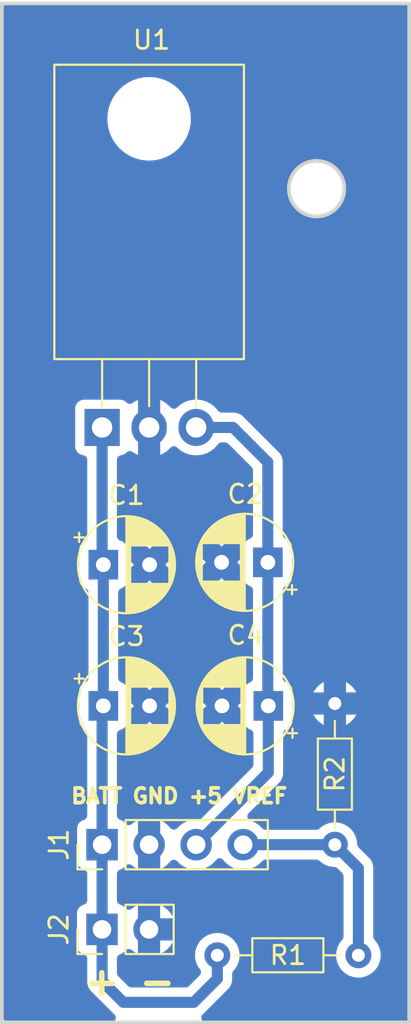
<source format=kicad_pcb>
(kicad_pcb (version 20221018) (generator pcbnew)
  (layers (0 "F.Cu" signal) (31 "B.Cu" signal) (34 "B.Paste" user) (35 "F.Paste" user) (36 "B.SilkS" user "B.Silkscreen") (37 "F.SilkS" user "F.Silkscreen") (38 "B.Mask" user) (39 "F.Mask" user) (44 "Edge.Cuts" user))
  (net 0 "")
  (net 1 "GND")
  (net 2 "+5V")
  (net 3 "+BATT")
  (net 4 "VDD")
  (footprint "Capacitor_THT:CP_Radial_D5.0mm_P2.50mm" (layer "F.Cu") (at 145.479888 90.297)
    (fp_text reference "C1" (at 1.25 -3.75) (layer "F.SilkS"))
    (fp_text value "10u" hide)
    (fp_line (start -1.554775 -1.475) (end -1.054775 -1.475) (stroke (width 0.12)) (layer "F.SilkS"))
    (fp_line (start -1.304775 -1.725) (end -1.304775 -1.225) (stroke (width 0.12)) (layer "F.SilkS"))
    (fp_line (start 1.25 -2.58) (end 1.25 2.58) (stroke (width 0.12)) (layer "F.SilkS"))
    (fp_line (start 1.29 -2.58) (end 1.29 2.58) (stroke (width 0.12)) (layer "F.SilkS"))
    (fp_line (start 1.33 -2.579) (end 1.33 2.579) (stroke (width 0.12)) (layer "F.SilkS"))
    (fp_line (start 1.37 -2.578) (end 1.37 2.578) (stroke (width 0.12)) (layer "F.SilkS"))
    (fp_line (start 1.41 -2.576) (end 1.41 2.576) (stroke (width 0.12)) (layer "F.SilkS"))
    (fp_line (start 1.45 -2.573) (end 1.45 2.573) (stroke (width 0.12)) (layer "F.SilkS"))
    (fp_line (start 1.49 -2.569) (end 1.49 -1.04) (stroke (width 0.12)) (layer "F.SilkS"))
    (fp_line (start 1.49 1.04) (end 1.49 2.569) (stroke (width 0.12)) (layer "F.SilkS"))
    (fp_line (start 1.53 -2.565) (end 1.53 -1.04) (stroke (width 0.12)) (layer "F.SilkS"))
    (fp_line (start 1.53 1.04) (end 1.53 2.565) (stroke (width 0.12)) (layer "F.SilkS"))
    (fp_line (start 1.57 -2.561) (end 1.57 -1.04) (stroke (width 0.12)) (layer "F.SilkS"))
    (fp_line (start 1.57 1.04) (end 1.57 2.561) (stroke (width 0.12)) (layer "F.SilkS"))
    (fp_line (start 1.61 -2.556) (end 1.61 -1.04) (stroke (width 0.12)) (layer "F.SilkS"))
    (fp_line (start 1.61 1.04) (end 1.61 2.556) (stroke (width 0.12)) (layer "F.SilkS"))
    (fp_line (start 1.65 -2.55) (end 1.65 -1.04) (stroke (width 0.12)) (layer "F.SilkS"))
    (fp_line (start 1.65 1.04) (end 1.65 2.55) (stroke (width 0.12)) (layer "F.SilkS"))
    (fp_line (start 1.69 -2.543) (end 1.69 -1.04) (stroke (width 0.12)) (layer "F.SilkS"))
    (fp_line (start 1.69 1.04) (end 1.69 2.543) (stroke (width 0.12)) (layer "F.SilkS"))
    (fp_line (start 1.73 -2.536) (end 1.73 -1.04) (stroke (width 0.12)) (layer "F.SilkS"))
    (fp_line (start 1.73 1.04) (end 1.73 2.536) (stroke (width 0.12)) (layer "F.SilkS"))
    (fp_line (start 1.77 -2.528) (end 1.77 -1.04) (stroke (width 0.12)) (layer "F.SilkS"))
    (fp_line (start 1.77 1.04) (end 1.77 2.528) (stroke (width 0.12)) (layer "F.SilkS"))
    (fp_line (start 1.81 -2.52) (end 1.81 -1.04) (stroke (width 0.12)) (layer "F.SilkS"))
    (fp_line (start 1.81 1.04) (end 1.81 2.52) (stroke (width 0.12)) (layer "F.SilkS"))
    (fp_line (start 1.85 -2.511) (end 1.85 -1.04) (stroke (width 0.12)) (layer "F.SilkS"))
    (fp_line (start 1.85 1.04) (end 1.85 2.511) (stroke (width 0.12)) (layer "F.SilkS"))
    (fp_line (start 1.89 -2.501) (end 1.89 -1.04) (stroke (width 0.12)) (layer "F.SilkS"))
    (fp_line (start 1.89 1.04) (end 1.89 2.501) (stroke (width 0.12)) (layer "F.SilkS"))
    (fp_line (start 1.93 -2.491) (end 1.93 -1.04) (stroke (width 0.12)) (layer "F.SilkS"))
    (fp_line (start 1.93 1.04) (end 1.93 2.491) (stroke (width 0.12)) (layer "F.SilkS"))
    (fp_line (start 1.971 -2.48) (end 1.971 -1.04) (stroke (width 0.12)) (layer "F.SilkS"))
    (fp_line (start 1.971 1.04) (end 1.971 2.48) (stroke (width 0.12)) (layer "F.SilkS"))
    (fp_line (start 2.011 -2.468) (end 2.011 -1.04) (stroke (width 0.12)) (layer "F.SilkS"))
    (fp_line (start 2.011 1.04) (end 2.011 2.468) (stroke (width 0.12)) (layer "F.SilkS"))
    (fp_line (start 2.051 -2.455) (end 2.051 -1.04) (stroke (width 0.12)) (layer "F.SilkS"))
    (fp_line (start 2.051 1.04) (end 2.051 2.455) (stroke (width 0.12)) (layer "F.SilkS"))
    (fp_line (start 2.091 -2.442) (end 2.091 -1.04) (stroke (width 0.12)) (layer "F.SilkS"))
    (fp_line (start 2.091 1.04) (end 2.091 2.442) (stroke (width 0.12)) (layer "F.SilkS"))
    (fp_line (start 2.131 -2.428) (end 2.131 -1.04) (stroke (width 0.12)) (layer "F.SilkS"))
    (fp_line (start 2.131 1.04) (end 2.131 2.428) (stroke (width 0.12)) (layer "F.SilkS"))
    (fp_line (start 2.171 -2.414) (end 2.171 -1.04) (stroke (width 0.12)) (layer "F.SilkS"))
    (fp_line (start 2.171 1.04) (end 2.171 2.414) (stroke (width 0.12)) (layer "F.SilkS"))
    (fp_line (start 2.211 -2.398) (end 2.211 -1.04) (stroke (width 0.12)) (layer "F.SilkS"))
    (fp_line (start 2.211 1.04) (end 2.211 2.398) (stroke (width 0.12)) (layer "F.SilkS"))
    (fp_line (start 2.251 -2.382) (end 2.251 -1.04) (stroke (width 0.12)) (layer "F.SilkS"))
    (fp_line (start 2.251 1.04) (end 2.251 2.382) (stroke (width 0.12)) (layer "F.SilkS"))
    (fp_line (start 2.291 -2.365) (end 2.291 -1.04) (stroke (width 0.12)) (layer "F.SilkS"))
    (fp_line (start 2.291 1.04) (end 2.291 2.365) (stroke (width 0.12)) (layer "F.SilkS"))
    (fp_line (start 2.331 -2.348) (end 2.331 -1.04) (stroke (width 0.12)) (layer "F.SilkS"))
    (fp_line (start 2.331 1.04) (end 2.331 2.348) (stroke (width 0.12)) (layer "F.SilkS"))
    (fp_line (start 2.371 -2.329) (end 2.371 -1.04) (stroke (width 0.12)) (layer "F.SilkS"))
    (fp_line (start 2.371 1.04) (end 2.371 2.329) (stroke (width 0.12)) (layer "F.SilkS"))
    (fp_line (start 2.411 -2.31) (end 2.411 -1.04) (stroke (width 0.12)) (layer "F.SilkS"))
    (fp_line (start 2.411 1.04) (end 2.411 2.31) (stroke (width 0.12)) (layer "F.SilkS"))
    (fp_line (start 2.451 -2.29) (end 2.451 -1.04) (stroke (width 0.12)) (layer "F.SilkS"))
    (fp_line (start 2.451 1.04) (end 2.451 2.29) (stroke (width 0.12)) (layer "F.SilkS"))
    (fp_line (start 2.491 -2.268) (end 2.491 -1.04) (stroke (width 0.12)) (layer "F.SilkS"))
    (fp_line (start 2.491 1.04) (end 2.491 2.268) (stroke (width 0.12)) (layer "F.SilkS"))
    (fp_line (start 2.531 -2.247) (end 2.531 -1.04) (stroke (width 0.12)) (layer "F.SilkS"))
    (fp_line (start 2.531 1.04) (end 2.531 2.247) (stroke (width 0.12)) (layer "F.SilkS"))
    (fp_line (start 2.571 -2.224) (end 2.571 -1.04) (stroke (width 0.12)) (layer "F.SilkS"))
    (fp_line (start 2.571 1.04) (end 2.571 2.224) (stroke (width 0.12)) (layer "F.SilkS"))
    (fp_line (start 2.611 -2.2) (end 2.611 -1.04) (stroke (width 0.12)) (layer "F.SilkS"))
    (fp_line (start 2.611 1.04) (end 2.611 2.2) (stroke (width 0.12)) (layer "F.SilkS"))
    (fp_line (start 2.651 -2.175) (end 2.651 -1.04) (stroke (width 0.12)) (layer "F.SilkS"))
    (fp_line (start 2.651 1.04) (end 2.651 2.175) (stroke (width 0.12)) (layer "F.SilkS"))
    (fp_line (start 2.691 -2.149) (end 2.691 -1.04) (stroke (width 0.12)) (layer "F.SilkS"))
    (fp_line (start 2.691 1.04) (end 2.691 2.149) (stroke (width 0.12)) (layer "F.SilkS"))
    (fp_line (start 2.731 -2.122) (end 2.731 -1.04) (stroke (width 0.12)) (layer "F.SilkS"))
    (fp_line (start 2.731 1.04) (end 2.731 2.122) (stroke (width 0.12)) (layer "F.SilkS"))
    (fp_line (start 2.771 -2.095) (end 2.771 -1.04) (stroke (width 0.12)) (layer "F.SilkS"))
    (fp_line (start 2.771 1.04) (end 2.771 2.095) (stroke (width 0.12)) (layer "F.SilkS"))
    (fp_line (start 2.811 -2.065) (end 2.811 -1.04) (stroke (width 0.12)) (layer "F.SilkS"))
    (fp_line (start 2.811 1.04) (end 2.811 2.065) (stroke (width 0.12)) (layer "F.SilkS"))
    (fp_line (start 2.851 -2.035) (end 2.851 -1.04) (stroke (width 0.12)) (layer "F.SilkS"))
    (fp_line (start 2.851 1.04) (end 2.851 2.035) (stroke (width 0.12)) (layer "F.SilkS"))
    (fp_line (start 2.891 -2.004) (end 2.891 -1.04) (stroke (width 0.12)) (layer "F.SilkS"))
    (fp_line (start 2.891 1.04) (end 2.891 2.004) (stroke (width 0.12)) (layer "F.SilkS"))
    (fp_line (start 2.931 -1.971) (end 2.931 -1.04) (stroke (width 0.12)) (layer "F.SilkS"))
    (fp_line (start 2.931 1.04) (end 2.931 1.971) (stroke (width 0.12)) (layer "F.SilkS"))
    (fp_line (start 2.971 -1.937) (end 2.971 -1.04) (stroke (width 0.12)) (layer "F.SilkS"))
    (fp_line (start 2.971 1.04) (end 2.971 1.937) (stroke (width 0.12)) (layer "F.SilkS"))
    (fp_line (start 3.011 -1.901) (end 3.011 -1.04) (stroke (width 0.12)) (layer "F.SilkS"))
    (fp_line (start 3.011 1.04) (end 3.011 1.901) (stroke (width 0.12)) (layer "F.SilkS"))
    (fp_line (start 3.051 -1.864) (end 3.051 -1.04) (stroke (width 0.12)) (layer "F.SilkS"))
    (fp_line (start 3.051 1.04) (end 3.051 1.864) (stroke (width 0.12)) (layer "F.SilkS"))
    (fp_line (start 3.091 -1.826) (end 3.091 -1.04) (stroke (width 0.12)) (layer "F.SilkS"))
    (fp_line (start 3.091 1.04) (end 3.091 1.826) (stroke (width 0.12)) (layer "F.SilkS"))
    (fp_line (start 3.131 -1.785) (end 3.131 -1.04) (stroke (width 0.12)) (layer "F.SilkS"))
    (fp_line (start 3.131 1.04) (end 3.131 1.785) (stroke (width 0.12)) (layer "F.SilkS"))
    (fp_line (start 3.171 -1.743) (end 3.171 -1.04) (stroke (width 0.12)) (layer "F.SilkS"))
    (fp_line (start 3.171 1.04) (end 3.171 1.743) (stroke (width 0.12)) (layer "F.SilkS"))
    (fp_line (start 3.211 -1.699) (end 3.211 -1.04) (stroke (width 0.12)) (layer "F.SilkS"))
    (fp_line (start 3.211 1.04) (end 3.211 1.699) (stroke (width 0.12)) (layer "F.SilkS"))
    (fp_line (start 3.251 -1.653) (end 3.251 -1.04) (stroke (width 0.12)) (layer "F.SilkS"))
    (fp_line (start 3.251 1.04) (end 3.251 1.653) (stroke (width 0.12)) (layer "F.SilkS"))
    (fp_line (start 3.291 -1.605) (end 3.291 -1.04) (stroke (width 0.12)) (layer "F.SilkS"))
    (fp_line (start 3.291 1.04) (end 3.291 1.605) (stroke (width 0.12)) (layer "F.SilkS"))
    (fp_line (start 3.331 -1.554) (end 3.331 -1.04) (stroke (width 0.12)) (layer "F.SilkS"))
    (fp_line (start 3.331 1.04) (end 3.331 1.554) (stroke (width 0.12)) (layer "F.SilkS"))
    (fp_line (start 3.371 -1.5) (end 3.371 -1.04) (stroke (width 0.12)) (layer "F.SilkS"))
    (fp_line (start 3.371 1.04) (end 3.371 1.5) (stroke (width 0.12)) (layer "F.SilkS"))
    (fp_line (start 3.411 -1.443) (end 3.411 -1.04) (stroke (width 0.12)) (layer "F.SilkS"))
    (fp_line (start 3.411 1.04) (end 3.411 1.443) (stroke (width 0.12)) (layer "F.SilkS"))
    (fp_line (start 3.451 -1.383) (end 3.451 -1.04) (stroke (width 0.12)) (layer "F.SilkS"))
    (fp_line (start 3.451 1.04) (end 3.451 1.383) (stroke (width 0.12)) (layer "F.SilkS"))
    (fp_line (start 3.491 -1.319) (end 3.491 -1.04) (stroke (width 0.12)) (layer "F.SilkS"))
    (fp_line (start 3.491 1.04) (end 3.491 1.319) (stroke (width 0.12)) (layer "F.SilkS"))
    (fp_line (start 3.531 -1.251) (end 3.531 -1.04) (stroke (width 0.12)) (layer "F.SilkS"))
    (fp_line (start 3.531 1.04) (end 3.531 1.251) (stroke (width 0.12)) (layer "F.SilkS"))
    (fp_line (start 3.571 -1.178) (end 3.571 1.178) (stroke (width 0.12)) (layer "F.SilkS"))
    (fp_line (start 3.611 -1.098) (end 3.611 1.098) (stroke (width 0.12)) (layer "F.SilkS"))
    (fp_line (start 3.651 -1.011) (end 3.651 1.011) (stroke (width 0.12)) (layer "F.SilkS"))
    (fp_line (start 3.691 -0.915) (end 3.691 0.915) (stroke (width 0.12)) (layer "F.SilkS"))
    (fp_line (start 3.731 -0.805) (end 3.731 0.805) (stroke (width 0.12)) (layer "F.SilkS"))
    (fp_line (start 3.771 -0.677) (end 3.771 0.677) (stroke (width 0.12)) (layer "F.SilkS"))
    (fp_line (start 3.811 -0.518) (end 3.811 0.518) (stroke (width 0.12)) (layer "F.SilkS"))
    (fp_line (start 3.851 -0.284) (end 3.851 0.284) (stroke (width 0.12)) (layer "F.SilkS"))
    (fp_circle (center 1.25 0) (end 3.87 0) (stroke (width 0.12)) (fill none) (layer "F.SilkS"))
    (pad "1" thru_hole rect (at 0 0) (size 1.6 1.6) (drill 0.8) (layers "*.Cu" "*.Mask") (net 3 "+BATT"))
    (pad "2" thru_hole circle (at 2.5 0) (size 1.6 1.6) (drill 0.8) (layers "*.Cu" "*.Mask") (net 1 "GND"))
  )
  (footprint "Capacitor_THT:CP_Radial_D5.0mm_P2.50mm" (layer "F.Cu") (at 154.392 97.917 180)
    (fp_text reference "C4" (at 1.23 3.81) (layer "F.SilkS"))
    (fp_text value "100u" hide)
    (fp_line (start -1.554775 -1.475) (end -1.054775 -1.475) (stroke (width 0.12)) (layer "F.SilkS"))
    (fp_line (start -1.304775 -1.725) (end -1.304775 -1.225) (stroke (width 0.12)) (layer "F.SilkS"))
    (fp_line (start 1.25 -2.58) (end 1.25 2.58) (stroke (width 0.12)) (layer "F.SilkS"))
    (fp_line (start 1.29 -2.58) (end 1.29 2.58) (stroke (width 0.12)) (layer "F.SilkS"))
    (fp_line (start 1.33 -2.579) (end 1.33 2.579) (stroke (width 0.12)) (layer "F.SilkS"))
    (fp_line (start 1.37 -2.578) (end 1.37 2.578) (stroke (width 0.12)) (layer "F.SilkS"))
    (fp_line (start 1.41 -2.576) (end 1.41 2.576) (stroke (width 0.12)) (layer "F.SilkS"))
    (fp_line (start 1.45 -2.573) (end 1.45 2.573) (stroke (width 0.12)) (layer "F.SilkS"))
    (fp_line (start 1.49 -2.569) (end 1.49 -1.04) (stroke (width 0.12)) (layer "F.SilkS"))
    (fp_line (start 1.49 1.04) (end 1.49 2.569) (stroke (width 0.12)) (layer "F.SilkS"))
    (fp_line (start 1.53 -2.565) (end 1.53 -1.04) (stroke (width 0.12)) (layer "F.SilkS"))
    (fp_line (start 1.53 1.04) (end 1.53 2.565) (stroke (width 0.12)) (layer "F.SilkS"))
    (fp_line (start 1.57 -2.561) (end 1.57 -1.04) (stroke (width 0.12)) (layer "F.SilkS"))
    (fp_line (start 1.57 1.04) (end 1.57 2.561) (stroke (width 0.12)) (layer "F.SilkS"))
    (fp_line (start 1.61 -2.556) (end 1.61 -1.04) (stroke (width 0.12)) (layer "F.SilkS"))
    (fp_line (start 1.61 1.04) (end 1.61 2.556) (stroke (width 0.12)) (layer "F.SilkS"))
    (fp_line (start 1.65 -2.55) (end 1.65 -1.04) (stroke (width 0.12)) (layer "F.SilkS"))
    (fp_line (start 1.65 1.04) (end 1.65 2.55) (stroke (width 0.12)) (layer "F.SilkS"))
    (fp_line (start 1.69 -2.543) (end 1.69 -1.04) (stroke (width 0.12)) (layer "F.SilkS"))
    (fp_line (start 1.69 1.04) (end 1.69 2.543) (stroke (width 0.12)) (layer "F.SilkS"))
    (fp_line (start 1.73 -2.536) (end 1.73 -1.04) (stroke (width 0.12)) (layer "F.SilkS"))
    (fp_line (start 1.73 1.04) (end 1.73 2.536) (stroke (width 0.12)) (layer "F.SilkS"))
    (fp_line (start 1.77 -2.528) (end 1.77 -1.04) (stroke (width 0.12)) (layer "F.SilkS"))
    (fp_line (start 1.77 1.04) (end 1.77 2.528) (stroke (width 0.12)) (layer "F.SilkS"))
    (fp_line (start 1.81 -2.52) (end 1.81 -1.04) (stroke (width 0.12)) (layer "F.SilkS"))
    (fp_line (start 1.81 1.04) (end 1.81 2.52) (stroke (width 0.12)) (layer "F.SilkS"))
    (fp_line (start 1.85 -2.511) (end 1.85 -1.04) (stroke (width 0.12)) (layer "F.SilkS"))
    (fp_line (start 1.85 1.04) (end 1.85 2.511) (stroke (width 0.12)) (layer "F.SilkS"))
    (fp_line (start 1.89 -2.501) (end 1.89 -1.04) (stroke (width 0.12)) (layer "F.SilkS"))
    (fp_line (start 1.89 1.04) (end 1.89 2.501) (stroke (width 0.12)) (layer "F.SilkS"))
    (fp_line (start 1.93 -2.491) (end 1.93 -1.04) (stroke (width 0.12)) (layer "F.SilkS"))
    (fp_line (start 1.93 1.04) (end 1.93 2.491) (stroke (width 0.12)) (layer "F.SilkS"))
    (fp_line (start 1.971 -2.48) (end 1.971 -1.04) (stroke (width 0.12)) (layer "F.SilkS"))
    (fp_line (start 1.971 1.04) (end 1.971 2.48) (stroke (width 0.12)) (layer "F.SilkS"))
    (fp_line (start 2.011 -2.468) (end 2.011 -1.04) (stroke (width 0.12)) (layer "F.SilkS"))
    (fp_line (start 2.011 1.04) (end 2.011 2.468) (stroke (width 0.12)) (layer "F.SilkS"))
    (fp_line (start 2.051 -2.455) (end 2.051 -1.04) (stroke (width 0.12)) (layer "F.SilkS"))
    (fp_line (start 2.051 1.04) (end 2.051 2.455) (stroke (width 0.12)) (layer "F.SilkS"))
    (fp_line (start 2.091 -2.442) (end 2.091 -1.04) (stroke (width 0.12)) (layer "F.SilkS"))
    (fp_line (start 2.091 1.04) (end 2.091 2.442) (stroke (width 0.12)) (layer "F.SilkS"))
    (fp_line (start 2.131 -2.428) (end 2.131 -1.04) (stroke (width 0.12)) (layer "F.SilkS"))
    (fp_line (start 2.131 1.04) (end 2.131 2.428) (stroke (width 0.12)) (layer "F.SilkS"))
    (fp_line (start 2.171 -2.414) (end 2.171 -1.04) (stroke (width 0.12)) (layer "F.SilkS"))
    (fp_line (start 2.171 1.04) (end 2.171 2.414) (stroke (width 0.12)) (layer "F.SilkS"))
    (fp_line (start 2.211 -2.398) (end 2.211 -1.04) (stroke (width 0.12)) (layer "F.SilkS"))
    (fp_line (start 2.211 1.04) (end 2.211 2.398) (stroke (width 0.12)) (layer "F.SilkS"))
    (fp_line (start 2.251 -2.382) (end 2.251 -1.04) (stroke (width 0.12)) (layer "F.SilkS"))
    (fp_line (start 2.251 1.04) (end 2.251 2.382) (stroke (width 0.12)) (layer "F.SilkS"))
    (fp_line (start 2.291 -2.365) (end 2.291 -1.04) (stroke (width 0.12)) (layer "F.SilkS"))
    (fp_line (start 2.291 1.04) (end 2.291 2.365) (stroke (width 0.12)) (layer "F.SilkS"))
    (fp_line (start 2.331 -2.348) (end 2.331 -1.04) (stroke (width 0.12)) (layer "F.SilkS"))
    (fp_line (start 2.331 1.04) (end 2.331 2.348) (stroke (width 0.12)) (layer "F.SilkS"))
    (fp_line (start 2.371 -2.329) (end 2.371 -1.04) (stroke (width 0.12)) (layer "F.SilkS"))
    (fp_line (start 2.371 1.04) (end 2.371 2.329) (stroke (width 0.12)) (layer "F.SilkS"))
    (fp_line (start 2.411 -2.31) (end 2.411 -1.04) (stroke (width 0.12)) (layer "F.SilkS"))
    (fp_line (start 2.411 1.04) (end 2.411 2.31) (stroke (width 0.12)) (layer "F.SilkS"))
    (fp_line (start 2.451 -2.29) (end 2.451 -1.04) (stroke (width 0.12)) (layer "F.SilkS"))
    (fp_line (start 2.451 1.04) (end 2.451 2.29) (stroke (width 0.12)) (layer "F.SilkS"))
    (fp_line (start 2.491 -2.268) (end 2.491 -1.04) (stroke (width 0.12)) (layer "F.SilkS"))
    (fp_line (start 2.491 1.04) (end 2.491 2.268) (stroke (width 0.12)) (layer "F.SilkS"))
    (fp_line (start 2.531 -2.247) (end 2.531 -1.04) (stroke (width 0.12)) (layer "F.SilkS"))
    (fp_line (start 2.531 1.04) (end 2.531 2.247) (stroke (width 0.12)) (layer "F.SilkS"))
    (fp_line (start 2.571 -2.224) (end 2.571 -1.04) (stroke (width 0.12)) (layer "F.SilkS"))
    (fp_line (start 2.571 1.04) (end 2.571 2.224) (stroke (width 0.12)) (layer "F.SilkS"))
    (fp_line (start 2.611 -2.2) (end 2.611 -1.04) (stroke (width 0.12)) (layer "F.SilkS"))
    (fp_line (start 2.611 1.04) (end 2.611 2.2) (stroke (width 0.12)) (layer "F.SilkS"))
    (fp_line (start 2.651 -2.175) (end 2.651 -1.04) (stroke (width 0.12)) (layer "F.SilkS"))
    (fp_line (start 2.651 1.04) (end 2.651 2.175) (stroke (width 0.12)) (layer "F.SilkS"))
    (fp_line (start 2.691 -2.149) (end 2.691 -1.04) (stroke (width 0.12)) (layer "F.SilkS"))
    (fp_line (start 2.691 1.04) (end 2.691 2.149) (stroke (width 0.12)) (layer "F.SilkS"))
    (fp_line (start 2.731 -2.122) (end 2.731 -1.04) (stroke (width 0.12)) (layer "F.SilkS"))
    (fp_line (start 2.731 1.04) (end 2.731 2.122) (stroke (width 0.12)) (layer "F.SilkS"))
    (fp_line (start 2.771 -2.095) (end 2.771 -1.04) (stroke (width 0.12)) (layer "F.SilkS"))
    (fp_line (start 2.771 1.04) (end 2.771 2.095) (stroke (width 0.12)) (layer "F.SilkS"))
    (fp_line (start 2.811 -2.065) (end 2.811 -1.04) (stroke (width 0.12)) (layer "F.SilkS"))
    (fp_line (start 2.811 1.04) (end 2.811 2.065) (stroke (width 0.12)) (layer "F.SilkS"))
    (fp_line (start 2.851 -2.035) (end 2.851 -1.04) (stroke (width 0.12)) (layer "F.SilkS"))
    (fp_line (start 2.851 1.04) (end 2.851 2.035) (stroke (width 0.12)) (layer "F.SilkS"))
    (fp_line (start 2.891 -2.004) (end 2.891 -1.04) (stroke (width 0.12)) (layer "F.SilkS"))
    (fp_line (start 2.891 1.04) (end 2.891 2.004) (stroke (width 0.12)) (layer "F.SilkS"))
    (fp_line (start 2.931 -1.971) (end 2.931 -1.04) (stroke (width 0.12)) (layer "F.SilkS"))
    (fp_line (start 2.931 1.04) (end 2.931 1.971) (stroke (width 0.12)) (layer "F.SilkS"))
    (fp_line (start 2.971 -1.937) (end 2.971 -1.04) (stroke (width 0.12)) (layer "F.SilkS"))
    (fp_line (start 2.971 1.04) (end 2.971 1.937) (stroke (width 0.12)) (layer "F.SilkS"))
    (fp_line (start 3.011 -1.901) (end 3.011 -1.04) (stroke (width 0.12)) (layer "F.SilkS"))
    (fp_line (start 3.011 1.04) (end 3.011 1.901) (stroke (width 0.12)) (layer "F.SilkS"))
    (fp_line (start 3.051 -1.864) (end 3.051 -1.04) (stroke (width 0.12)) (layer "F.SilkS"))
    (fp_line (start 3.051 1.04) (end 3.051 1.864) (stroke (width 0.12)) (layer "F.SilkS"))
    (fp_line (start 3.091 -1.826) (end 3.091 -1.04) (stroke (width 0.12)) (layer "F.SilkS"))
    (fp_line (start 3.091 1.04) (end 3.091 1.826) (stroke (width 0.12)) (layer "F.SilkS"))
    (fp_line (start 3.131 -1.785) (end 3.131 -1.04) (stroke (width 0.12)) (layer "F.SilkS"))
    (fp_line (start 3.131 1.04) (end 3.131 1.785) (stroke (width 0.12)) (layer "F.SilkS"))
    (fp_line (start 3.171 -1.743) (end 3.171 -1.04) (stroke (width 0.12)) (layer "F.SilkS"))
    (fp_line (start 3.171 1.04) (end 3.171 1.743) (stroke (width 0.12)) (layer "F.SilkS"))
    (fp_line (start 3.211 -1.699) (end 3.211 -1.04) (stroke (width 0.12)) (layer "F.SilkS"))
    (fp_line (start 3.211 1.04) (end 3.211 1.699) (stroke (width 0.12)) (layer "F.SilkS"))
    (fp_line (start 3.251 -1.653) (end 3.251 -1.04) (stroke (width 0.12)) (layer "F.SilkS"))
    (fp_line (start 3.251 1.04) (end 3.251 1.653) (stroke (width 0.12)) (layer "F.SilkS"))
    (fp_line (start 3.291 -1.605) (end 3.291 -1.04) (stroke (width 0.12)) (layer "F.SilkS"))
    (fp_line (start 3.291 1.04) (end 3.291 1.605) (stroke (width 0.12)) (layer "F.SilkS"))
    (fp_line (start 3.331 -1.554) (end 3.331 -1.04) (stroke (width 0.12)) (layer "F.SilkS"))
    (fp_line (start 3.331 1.04) (end 3.331 1.554) (stroke (width 0.12)) (layer "F.SilkS"))
    (fp_line (start 3.371 -1.5) (end 3.371 -1.04) (stroke (width 0.12)) (layer "F.SilkS"))
    (fp_line (start 3.371 1.04) (end 3.371 1.5) (stroke (width 0.12)) (layer "F.SilkS"))
    (fp_line (start 3.411 -1.443) (end 3.411 -1.04) (stroke (width 0.12)) (layer "F.SilkS"))
    (fp_line (start 3.411 1.04) (end 3.411 1.443) (stroke (width 0.12)) (layer "F.SilkS"))
    (fp_line (start 3.451 -1.383) (end 3.451 -1.04) (stroke (width 0.12)) (layer "F.SilkS"))
    (fp_line (start 3.451 1.04) (end 3.451 1.383) (stroke (width 0.12)) (layer "F.SilkS"))
    (fp_line (start 3.491 -1.319) (end 3.491 -1.04) (stroke (width 0.12)) (layer "F.SilkS"))
    (fp_line (start 3.491 1.04) (end 3.491 1.319) (stroke (width 0.12)) (layer "F.SilkS"))
    (fp_line (start 3.531 -1.251) (end 3.531 -1.04) (stroke (width 0.12)) (layer "F.SilkS"))
    (fp_line (start 3.531 1.04) (end 3.531 1.251) (stroke (width 0.12)) (layer "F.SilkS"))
    (fp_line (start 3.571 -1.178) (end 3.571 1.178) (stroke (width 0.12)) (layer "F.SilkS"))
    (fp_line (start 3.611 -1.098) (end 3.611 1.098) (stroke (width 0.12)) (layer "F.SilkS"))
    (fp_line (start 3.651 -1.011) (end 3.651 1.011) (stroke (width 0.12)) (layer "F.SilkS"))
    (fp_line (start 3.691 -0.915) (end 3.691 0.915) (stroke (width 0.12)) (layer "F.SilkS"))
    (fp_line (start 3.731 -0.805) (end 3.731 0.805) (stroke (width 0.12)) (layer "F.SilkS"))
    (fp_line (start 3.771 -0.677) (end 3.771 0.677) (stroke (width 0.12)) (layer "F.SilkS"))
    (fp_line (start 3.811 -0.518) (end 3.811 0.518) (stroke (width 0.12)) (layer "F.SilkS"))
    (fp_line (start 3.851 -0.284) (end 3.851 0.284) (stroke (width 0.12)) (layer "F.SilkS"))
    (fp_circle (center 1.25 0) (end 3.87 0) (stroke (width 0.12)) (fill none) (layer "F.SilkS"))
    (pad "1" thru_hole rect (at 0 0 180) (size 1.6 1.6) (drill 0.8) (layers "*.Cu" "*.Mask") (net 2 "+5V"))
    (pad "2" thru_hole circle (at 2.5 0 180) (size 1.6 1.6) (drill 0.8) (layers "*.Cu" "*.Mask") (net 1 "GND"))
  )
  (footprint "Package_TO_SOT_THT:TO-220-3_Horizontal_TabDown" (layer "F.Cu") (at 145.415 82.89)
    (fp_text reference "U1" (at 2.667 -20.914) (layer "F.SilkS"))
    (fp_text value "L7805" hide)
    (fp_line (start -2.58 -19.58) (end -2.58 -3.69) (stroke (width 0.12)) (layer "F.SilkS"))
    (fp_line (start -2.58 -19.58) (end 7.66 -19.58) (stroke (width 0.12)) (layer "F.SilkS"))
    (fp_line (start -2.58 -3.69) (end 7.66 -3.69) (stroke (width 0.12)) (layer "F.SilkS"))
    (fp_line (start 0 -3.69) (end 0 -1.15) (stroke (width 0.12)) (layer "F.SilkS"))
    (fp_line (start 2.54 -3.69) (end 2.54 -1.15) (stroke (width 0.12)) (layer "F.SilkS"))
    (fp_line (start 5.08 -3.69) (end 5.08 -1.15) (stroke (width 0.12)) (layer "F.SilkS"))
    (fp_line (start 7.66 -19.58) (end 7.66 -3.69) (stroke (width 0.12)) (layer "F.SilkS"))
    (pad "" np_thru_hole oval (at 2.54 -16.66) (size 3.5 3.5) (drill 3.5) (layers "*.Cu" "*.Mask"))
    (pad "1" thru_hole rect (at 0 0) (size 1.905 2) (drill 1.1) (layers "*.Cu" "*.Mask") (net 3 "+BATT"))
    (pad "2" thru_hole oval (at 2.54 0) (size 1.905 2) (drill 1.1) (layers "*.Cu" "*.Mask") (net 1 "GND"))
    (pad "3" thru_hole oval (at 5.08 0) (size 1.905 2) (drill 1.1) (layers "*.Cu" "*.Mask") (net 2 "+5V"))
  )
  (footprint "Resistor_THT:R_Axial_DIN0204_L3.6mm_D1.6mm_P7.62mm_Horizontal" (layer "F.Cu") (at 157.988 105.41 90)
    (fp_text reference "R2" (at 3.81 0 90) (layer "F.SilkS"))
    (fp_text value "100k" hide)
    (fp_line (start 0.94 0) (end 1.89 0) (stroke (width 0.12)) (layer "F.SilkS"))
    (fp_line (start 1.89 -0.92) (end 1.89 0.92) (stroke (width 0.12)) (layer "F.SilkS"))
    (fp_line (start 1.89 0.92) (end 5.73 0.92) (stroke (width 0.12)) (layer "F.SilkS"))
    (fp_line (start 5.73 -0.92) (end 1.89 -0.92) (stroke (width 0.12)) (layer "F.SilkS"))
    (fp_line (start 5.73 0.92) (end 5.73 -0.92) (stroke (width 0.12)) (layer "F.SilkS"))
    (fp_line (start 6.68 0) (end 5.73 0) (stroke (width 0.12)) (layer "F.SilkS"))
    (pad "1" thru_hole circle (at 0 0 90) (size 1.4 1.4) (drill 0.7) (layers "*.Cu" "*.Mask") (net 4 "VDD"))
    (pad "2" thru_hole oval (at 7.62 0 90) (size 1.4 1.4) (drill 0.7) (layers "*.Cu" "*.Mask") (net 1 "GND"))
  )
  (footprint "Connector_PinHeader_2.54mm:PinHeader_1x04_P2.54mm_Vertical" (layer "F.Cu") (at 145.415 105.41 90)
    (fp_text reference "J1" (at 0 -2.33 90) (layer "F.SilkS"))
    (fp_text value "Source")
    (fp_line (start -1.33 -1.33) (end 0 -1.33) (stroke (width 0.12)) (layer "F.SilkS"))
    (fp_line (start -1.33 0) (end -1.33 -1.33) (stroke (width 0.12)) (layer "F.SilkS"))
    (fp_line (start -1.33 1.27) (end -1.33 8.95) (stroke (width 0.12)) (layer "F.SilkS"))
    (fp_line (start -1.33 1.27) (end 1.33 1.27) (stroke (width 0.12)) (layer "F.SilkS"))
    (fp_line (start -1.33 8.95) (end 1.33 8.95) (stroke (width 0.12)) (layer "F.SilkS"))
    (fp_line (start 1.33 1.27) (end 1.33 8.95) (stroke (width 0.12)) (layer "F.SilkS"))
    (pad "1" thru_hole rect (at 0 0 90) (size 1.7 1.7) (drill 1) (layers "*.Cu" "*.Mask") (net 3 "+BATT"))
    (pad "2" thru_hole oval (at 0 2.54 90) (size 1.7 1.7) (drill 1) (layers "*.Cu" "*.Mask") (net 1 "GND"))
    (pad "3" thru_hole oval (at 0 5.08 90) (size 1.7 1.7) (drill 1) (layers "*.Cu" "*.Mask") (net 2 "+5V"))
    (pad "4" thru_hole oval (at 0 7.62 90) (size 1.7 1.7) (drill 1) (layers "*.Cu" "*.Mask") (net 4 "VDD"))
  )
  (footprint "Capacitor_THT:CP_Radial_D5.0mm_P2.50mm" (layer "F.Cu") (at 145.479887 97.917)
    (fp_text reference "C3" (at 1.25 -3.75) (layer "F.SilkS"))
    (fp_text value "100u" hide)
    (fp_line (start -1.554775 -1.475) (end -1.054775 -1.475) (stroke (width 0.12)) (layer "F.SilkS"))
    (fp_line (start -1.304775 -1.725) (end -1.304775 -1.225) (stroke (width 0.12)) (layer "F.SilkS"))
    (fp_line (start 1.25 -2.58) (end 1.25 2.58) (stroke (width 0.12)) (layer "F.SilkS"))
    (fp_line (start 1.29 -2.58) (end 1.29 2.58) (stroke (width 0.12)) (layer "F.SilkS"))
    (fp_line (start 1.33 -2.579) (end 1.33 2.579) (stroke (width 0.12)) (layer "F.SilkS"))
    (fp_line (start 1.37 -2.578) (end 1.37 2.578) (stroke (width 0.12)) (layer "F.SilkS"))
    (fp_line (start 1.41 -2.576) (end 1.41 2.576) (stroke (width 0.12)) (layer "F.SilkS"))
    (fp_line (start 1.45 -2.573) (end 1.45 2.573) (stroke (width 0.12)) (layer "F.SilkS"))
    (fp_line (start 1.49 -2.569) (end 1.49 -1.04) (stroke (width 0.12)) (layer "F.SilkS"))
    (fp_line (start 1.49 1.04) (end 1.49 2.569) (stroke (width 0.12)) (layer "F.SilkS"))
    (fp_line (start 1.53 -2.565) (end 1.53 -1.04) (stroke (width 0.12)) (layer "F.SilkS"))
    (fp_line (start 1.53 1.04) (end 1.53 2.565) (stroke (width 0.12)) (layer "F.SilkS"))
    (fp_line (start 1.57 -2.561) (end 1.57 -1.04) (stroke (width 0.12)) (layer "F.SilkS"))
    (fp_line (start 1.57 1.04) (end 1.57 2.561) (stroke (width 0.12)) (layer "F.SilkS"))
    (fp_line (start 1.61 -2.556) (end 1.61 -1.04) (stroke (width 0.12)) (layer "F.SilkS"))
    (fp_line (start 1.61 1.04) (end 1.61 2.556) (stroke (width 0.12)) (layer "F.SilkS"))
    (fp_line (start 1.65 -2.55) (end 1.65 -1.04) (stroke (width 0.12)) (layer "F.SilkS"))
    (fp_line (start 1.65 1.04) (end 1.65 2.55) (stroke (width 0.12)) (layer "F.SilkS"))
    (fp_line (start 1.69 -2.543) (end 1.69 -1.04) (stroke (width 0.12)) (layer "F.SilkS"))
    (fp_line (start 1.69 1.04) (end 1.69 2.543) (stroke (width 0.12)) (layer "F.SilkS"))
    (fp_line (start 1.73 -2.536) (end 1.73 -1.04) (stroke (width 0.12)) (layer "F.SilkS"))
    (fp_line (start 1.73 1.04) (end 1.73 2.536) (stroke (width 0.12)) (layer "F.SilkS"))
    (fp_line (start 1.77 -2.528) (end 1.77 -1.04) (stroke (width 0.12)) (layer "F.SilkS"))
    (fp_line (start 1.77 1.04) (end 1.77 2.528) (stroke (width 0.12)) (layer "F.SilkS"))
    (fp_line (start 1.81 -2.52) (end 1.81 -1.04) (stroke (width 0.12)) (layer "F.SilkS"))
    (fp_line (start 1.81 1.04) (end 1.81 2.52) (stroke (width 0.12)) (layer "F.SilkS"))
    (fp_line (start 1.85 -2.511) (end 1.85 -1.04) (stroke (width 0.12)) (layer "F.SilkS"))
    (fp_line (start 1.85 1.04) (end 1.85 2.511) (stroke (width 0.12)) (layer "F.SilkS"))
    (fp_line (start 1.89 -2.501) (end 1.89 -1.04) (stroke (width 0.12)) (layer "F.SilkS"))
    (fp_line (start 1.89 1.04) (end 1.89 2.501) (stroke (width 0.12)) (layer "F.SilkS"))
    (fp_line (start 1.93 -2.491) (end 1.93 -1.04) (stroke (width 0.12)) (layer "F.SilkS"))
    (fp_line (start 1.93 1.04) (end 1.93 2.491) (stroke (width 0.12)) (layer "F.SilkS"))
    (fp_line (start 1.971 -2.48) (end 1.971 -1.04) (stroke (width 0.12)) (layer "F.SilkS"))
    (fp_line (start 1.971 1.04) (end 1.971 2.48) (stroke (width 0.12)) (layer "F.SilkS"))
    (fp_line (start 2.011 -2.468) (end 2.011 -1.04) (stroke (width 0.12)) (layer "F.SilkS"))
    (fp_line (start 2.011 1.04) (end 2.011 2.468) (stroke (width 0.12)) (layer "F.SilkS"))
    (fp_line (start 2.051 -2.455) (end 2.051 -1.04) (stroke (width 0.12)) (layer "F.SilkS"))
    (fp_line (start 2.051 1.04) (end 2.051 2.455) (stroke (width 0.12)) (layer "F.SilkS"))
    (fp_line (start 2.091 -2.442) (end 2.091 -1.04) (stroke (width 0.12)) (layer "F.SilkS"))
    (fp_line (start 2.091 1.04) (end 2.091 2.442) (stroke (width 0.12)) (layer "F.SilkS"))
    (fp_line (start 2.131 -2.428) (end 2.131 -1.04) (stroke (width 0.12)) (layer "F.SilkS"))
    (fp_line (start 2.131 1.04) (end 2.131 2.428) (stroke (width 0.12)) (layer "F.SilkS"))
    (fp_line (start 2.171 -2.414) (end 2.171 -1.04) (stroke (width 0.12)) (layer "F.SilkS"))
    (fp_line (start 2.171 1.04) (end 2.171 2.414) (stroke (width 0.12)) (layer "F.SilkS"))
    (fp_line (start 2.211 -2.398) (end 2.211 -1.04) (stroke (width 0.12)) (layer "F.SilkS"))
    (fp_line (start 2.211 1.04) (end 2.211 2.398) (stroke (width 0.12)) (layer "F.SilkS"))
    (fp_line (start 2.251 -2.382) (end 2.251 -1.04) (stroke (width 0.12)) (layer "F.SilkS"))
    (fp_line (start 2.251 1.04) (end 2.251 2.382) (stroke (width 0.12)) (layer "F.SilkS"))
    (fp_line (start 2.291 -2.365) (end 2.291 -1.04) (stroke (width 0.12)) (layer "F.SilkS"))
    (fp_line (start 2.291 1.04) (end 2.291 2.365) (stroke (width 0.12)) (layer "F.SilkS"))
    (fp_line (start 2.331 -2.348) (end 2.331 -1.04) (stroke (width 0.12)) (layer "F.SilkS"))
    (fp_line (start 2.331 1.04) (end 2.331 2.348) (stroke (width 0.12)) (layer "F.SilkS"))
    (fp_line (start 2.371 -2.329) (end 2.371 -1.04) (stroke (width 0.12)) (layer "F.SilkS"))
    (fp_line (start 2.371 1.04) (end 2.371 2.329) (stroke (width 0.12)) (layer "F.SilkS"))
    (fp_line (start 2.411 -2.31) (end 2.411 -1.04) (stroke (width 0.12)) (layer "F.SilkS"))
    (fp_line (start 2.411 1.04) (end 2.411 2.31) (stroke (width 0.12)) (layer "F.SilkS"))
    (fp_line (start 2.451 -2.29) (end 2.451 -1.04) (stroke (width 0.12)) (layer "F.SilkS"))
    (fp_line (start 2.451 1.04) (end 2.451 2.29) (stroke (width 0.12)) (layer "F.SilkS"))
    (fp_line (start 2.491 -2.268) (end 2.491 -1.04) (stroke (width 0.12)) (layer "F.SilkS"))
    (fp_line (start 2.491 1.04) (end 2.491 2.268) (stroke (width 0.12)) (layer "F.SilkS"))
    (fp_line (start 2.531 -2.247) (end 2.531 -1.04) (stroke (width 0.12)) (layer "F.SilkS"))
    (fp_line (start 2.531 1.04) (end 2.531 2.247) (stroke (width 0.12)) (layer "F.SilkS"))
    (fp_line (start 2.571 -2.224) (end 2.571 -1.04) (stroke (width 0.12)) (layer "F.SilkS"))
    (fp_line (start 2.571 1.04) (end 2.571 2.224) (stroke (width 0.12)) (layer "F.SilkS"))
    (fp_line (start 2.611 -2.2) (end 2.611 -1.04) (stroke (width 0.12)) (layer "F.SilkS"))
    (fp_line (start 2.611 1.04) (end 2.611 2.2) (stroke (width 0.12)) (layer "F.SilkS"))
    (fp_line (start 2.651 -2.175) (end 2.651 -1.04) (stroke (width 0.12)) (layer "F.SilkS"))
    (fp_line (start 2.651 1.04) (end 2.651 2.175) (stroke (width 0.12)) (layer "F.SilkS"))
    (fp_line (start 2.691 -2.149) (end 2.691 -1.04) (stroke (width 0.12)) (layer "F.SilkS"))
    (fp_line (start 2.691 1.04) (end 2.691 2.149) (stroke (width 0.12)) (layer "F.SilkS"))
    (fp_line (start 2.731 -2.122) (end 2.731 -1.04) (stroke (width 0.12)) (layer "F.SilkS"))
    (fp_line (start 2.731 1.04) (end 2.731 2.122) (stroke (width 0.12)) (layer "F.SilkS"))
    (fp_line (start 2.771 -2.095) (end 2.771 -1.04) (stroke (width 0.12)) (layer "F.SilkS"))
    (fp_line (start 2.771 1.04) (end 2.771 2.095) (stroke (width 0.12)) (layer "F.SilkS"))
    (fp_line (start 2.811 -2.065) (end 2.811 -1.04) (stroke (width 0.12)) (layer "F.SilkS"))
    (fp_line (start 2.811 1.04) (end 2.811 2.065) (stroke (width 0.12)) (layer "F.SilkS"))
    (fp_line (start 2.851 -2.035) (end 2.851 -1.04) (stroke (width 0.12)) (layer "F.SilkS"))
    (fp_line (start 2.851 1.04) (end 2.851 2.035) (stroke (width 0.12)) (layer "F.SilkS"))
    (fp_line (start 2.891 -2.004) (end 2.891 -1.04) (stroke (width 0.12)) (layer "F.SilkS"))
    (fp_line (start 2.891 1.04) (end 2.891 2.004) (stroke (width 0.12)) (layer "F.SilkS"))
    (fp_line (start 2.931 -1.971) (end 2.931 -1.04) (stroke (width 0.12)) (layer "F.SilkS"))
    (fp_line (start 2.931 1.04) (end 2.931 1.971) (stroke (width 0.12)) (layer "F.SilkS"))
    (fp_line (start 2.971 -1.937) (end 2.971 -1.04) (stroke (width 0.12)) (layer "F.SilkS"))
    (fp_line (start 2.971 1.04) (end 2.971 1.937) (stroke (width 0.12)) (layer "F.SilkS"))
    (fp_line (start 3.011 -1.901) (end 3.011 -1.04) (stroke (width 0.12)) (layer "F.SilkS"))
    (fp_line (start 3.011 1.04) (end 3.011 1.901) (stroke (width 0.12)) (layer "F.SilkS"))
    (fp_line (start 3.051 -1.864) (end 3.051 -1.04) (stroke (width 0.12)) (layer "F.SilkS"))
    (fp_line (start 3.051 1.04) (end 3.051 1.864) (stroke (width 0.12)) (layer "F.SilkS"))
    (fp_line (start 3.091 -1.826) (end 3.091 -1.04) (stroke (width 0.12)) (layer "F.SilkS"))
    (fp_line (start 3.091 1.04) (end 3.091 1.826) (stroke (width 0.12)) (layer "F.SilkS"))
    (fp_line (start 3.131 -1.785) (end 3.131 -1.04) (stroke (width 0.12)) (layer "F.SilkS"))
    (fp_line (start 3.131 1.04) (end 3.131 1.785) (stroke (width 0.12)) (layer "F.SilkS"))
    (fp_line (start 3.171 -1.743) (end 3.171 -1.04) (stroke (width 0.12)) (layer "F.SilkS"))
    (fp_line (start 3.171 1.04) (end 3.171 1.743) (stroke (width 0.12)) (layer "F.SilkS"))
    (fp_line (start 3.211 -1.699) (end 3.211 -1.04) (stroke (width 0.12)) (layer "F.SilkS"))
    (fp_line (start 3.211 1.04) (end 3.211 1.699) (stroke (width 0.12)) (layer "F.SilkS"))
    (fp_line (start 3.251 -1.653) (end 3.251 -1.04) (stroke (width 0.12)) (layer "F.SilkS"))
    (fp_line (start 3.251 1.04) (end 3.251 1.653) (stroke (width 0.12)) (layer "F.SilkS"))
    (fp_line (start 3.291 -1.605) (end 3.291 -1.04) (stroke (width 0.12)) (layer "F.SilkS"))
    (fp_line (start 3.291 1.04) (end 3.291 1.605) (stroke (width 0.12)) (layer "F.SilkS"))
    (fp_line (start 3.331 -1.554) (end 3.331 -1.04) (stroke (width 0.12)) (layer "F.SilkS"))
    (fp_line (start 3.331 1.04) (end 3.331 1.554) (stroke (width 0.12)) (layer "F.SilkS"))
    (fp_line (start 3.371 -1.5) (end 3.371 -1.04) (stroke (width 0.12)) (layer "F.SilkS"))
    (fp_line (start 3.371 1.04) (end 3.371 1.5) (stroke (width 0.12)) (layer "F.SilkS"))
    (fp_line (start 3.411 -1.443) (end 3.411 -1.04) (stroke (width 0.12)) (layer "F.SilkS"))
    (fp_line (start 3.411 1.04) (end 3.411 1.443) (stroke (width 0.12)) (layer "F.SilkS"))
    (fp_line (start 3.451 -1.383) (end 3.451 -1.04) (stroke (width 0.12)) (layer "F.SilkS"))
    (fp_line (start 3.451 1.04) (end 3.451 1.383) (stroke (width 0.12)) (layer "F.SilkS"))
    (fp_line (start 3.491 -1.319) (end 3.491 -1.04) (stroke (width 0.12)) (layer "F.SilkS"))
    (fp_line (start 3.491 1.04) (end 3.491 1.319) (stroke (width 0.12)) (layer "F.SilkS"))
    (fp_line (start 3.531 -1.251) (end 3.531 -1.04) (stroke (width 0.12)) (layer "F.SilkS"))
    (fp_line (start 3.531 1.04) (end 3.531 1.251) (stroke (width 0.12)) (layer "F.SilkS"))
    (fp_line (start 3.571 -1.178) (end 3.571 1.178) (stroke (width 0.12)) (layer "F.SilkS"))
    (fp_line (start 3.611 -1.098) (end 3.611 1.098) (stroke (width 0.12)) (layer "F.SilkS"))
    (fp_line (start 3.651 -1.011) (end 3.651 1.011) (stroke (width 0.12)) (layer "F.SilkS"))
    (fp_line (start 3.691 -0.915) (end 3.691 0.915) (stroke (width 0.12)) (layer "F.SilkS"))
    (fp_line (start 3.731 -0.805) (end 3.731 0.805) (stroke (width 0.12)) (layer "F.SilkS"))
    (fp_line (start 3.771 -0.677) (end 3.771 0.677) (stroke (width 0.12)) (layer "F.SilkS"))
    (fp_line (start 3.811 -0.518) (end 3.811 0.518) (stroke (width 0.12)) (layer "F.SilkS"))
    (fp_line (start 3.851 -0.284) (end 3.851 0.284) (stroke (width 0.12)) (layer "F.SilkS"))
    (fp_circle (center 1.25 0) (end 3.87 0) (stroke (width 0.12)) (fill none) (layer "F.SilkS"))
    (pad "1" thru_hole rect (at 0 0) (size 1.6 1.6) (drill 0.8) (layers "*.Cu" "*.Mask") (net 3 "+BATT"))
    (pad "2" thru_hole circle (at 2.5 0) (size 1.6 1.6) (drill 0.8) (layers "*.Cu" "*.Mask") (net 1 "GND"))
  )
  (footprint "Connector_PinHeader_2.54mm:PinHeader_1x02_P2.54mm_Vertical" (layer "F.Cu") (at 145.41 109.982 90)
    (fp_text reference "J2" (at 0 -2.33 90) (layer "F.SilkS"))
    (fp_text value "Battery" hide)
    (fp_line (start -1.33 -1.33) (end 0 -1.33) (stroke (width 0.12)) (layer "F.SilkS"))
    (fp_line (start -1.33 0) (end -1.33 -1.33) (stroke (width 0.12)) (layer "F.SilkS"))
    (fp_line (start -1.33 1.27) (end -1.33 3.87) (stroke (width 0.12)) (layer "F.SilkS"))
    (fp_line (start -1.33 1.27) (end 1.33 1.27) (stroke (width 0.12)) (layer "F.SilkS"))
    (fp_line (start -1.33 3.87) (end 1.33 3.87) (stroke (width 0.12)) (layer "F.SilkS"))
    (fp_line (start 1.33 1.27) (end 1.33 3.87) (stroke (width 0.12)) (layer "F.SilkS"))
    (pad "1" thru_hole rect (at 0 0 90) (size 1.7 1.7) (drill 1) (layers "*.Cu" "*.Mask") (net 3 "+BATT"))
    (pad "2" thru_hole oval (at 0 2.54 90) (size 1.7 1.7) (drill 1) (layers "*.Cu" "*.Mask") (net 1 "GND"))
  )
  (footprint "Resistor_THT:R_Axial_DIN0204_L3.6mm_D1.6mm_P7.62mm_Horizontal" (layer "F.Cu") (at 151.638 111.379)
    (fp_text reference "R1" (at 3.81 0) (layer "F.SilkS"))
    (fp_text value "100k" hide)
    (fp_line (start 0.94 0) (end 1.89 0) (stroke (width 0.12)) (layer "F.SilkS"))
    (fp_line (start 1.89 -0.92) (end 1.89 0.92) (stroke (width 0.12)) (layer "F.SilkS"))
    (fp_line (start 1.89 0.92) (end 5.73 0.92) (stroke (width 0.12)) (layer "F.SilkS"))
    (fp_line (start 5.73 -0.92) (end 1.89 -0.92) (stroke (width 0.12)) (layer "F.SilkS"))
    (fp_line (start 5.73 0.92) (end 5.73 -0.92) (stroke (width 0.12)) (layer "F.SilkS"))
    (fp_line (start 6.68 0) (end 5.73 0) (stroke (width 0.12)) (layer "F.SilkS"))
    (pad "1" thru_hole circle (at 0 0) (size 1.4 1.4) (drill 0.7) (layers "*.Cu" "*.Mask") (net 3 "+BATT"))
    (pad "2" thru_hole oval (at 7.62 0) (size 1.4 1.4) (drill 0.7) (layers "*.Cu" "*.Mask") (net 4 "VDD"))
  )
  (footprint "Capacitor_THT:CP_Radial_D5.0mm_P2.50mm" (layer "F.Cu") (at 154.367112 90.17 180)
    (fp_text reference "C2" (at 1.205112 3.683) (layer "F.SilkS"))
    (fp_text value "10u" hide)
    (fp_line (start -1.554775 -1.475) (end -1.054775 -1.475) (stroke (width 0.12)) (layer "F.SilkS"))
    (fp_line (start -1.304775 -1.725) (end -1.304775 -1.225) (stroke (width 0.12)) (layer "F.SilkS"))
    (fp_line (start 1.25 -2.58) (end 1.25 2.58) (stroke (width 0.12)) (layer "F.SilkS"))
    (fp_line (start 1.29 -2.58) (end 1.29 2.58) (stroke (width 0.12)) (layer "F.SilkS"))
    (fp_line (start 1.33 -2.579) (end 1.33 2.579) (stroke (width 0.12)) (layer "F.SilkS"))
    (fp_line (start 1.37 -2.578) (end 1.37 2.578) (stroke (width 0.12)) (layer "F.SilkS"))
    (fp_line (start 1.41 -2.576) (end 1.41 2.576) (stroke (width 0.12)) (layer "F.SilkS"))
    (fp_line (start 1.45 -2.573) (end 1.45 2.573) (stroke (width 0.12)) (layer "F.SilkS"))
    (fp_line (start 1.49 -2.569) (end 1.49 -1.04) (stroke (width 0.12)) (layer "F.SilkS"))
    (fp_line (start 1.49 1.04) (end 1.49 2.569) (stroke (width 0.12)) (layer "F.SilkS"))
    (fp_line (start 1.53 -2.565) (end 1.53 -1.04) (stroke (width 0.12)) (layer "F.SilkS"))
    (fp_line (start 1.53 1.04) (end 1.53 2.565) (stroke (width 0.12)) (layer "F.SilkS"))
    (fp_line (start 1.57 -2.561) (end 1.57 -1.04) (stroke (width 0.12)) (layer "F.SilkS"))
    (fp_line (start 1.57 1.04) (end 1.57 2.561) (stroke (width 0.12)) (layer "F.SilkS"))
    (fp_line (start 1.61 -2.556) (end 1.61 -1.04) (stroke (width 0.12)) (layer "F.SilkS"))
    (fp_line (start 1.61 1.04) (end 1.61 2.556) (stroke (width 0.12)) (layer "F.SilkS"))
    (fp_line (start 1.65 -2.55) (end 1.65 -1.04) (stroke (width 0.12)) (layer "F.SilkS"))
    (fp_line (start 1.65 1.04) (end 1.65 2.55) (stroke (width 0.12)) (layer "F.SilkS"))
    (fp_line (start 1.69 -2.543) (end 1.69 -1.04) (stroke (width 0.12)) (layer "F.SilkS"))
    (fp_line (start 1.69 1.04) (end 1.69 2.543) (stroke (width 0.12)) (layer "F.SilkS"))
    (fp_line (start 1.73 -2.536) (end 1.73 -1.04) (stroke (width 0.12)) (layer "F.SilkS"))
    (fp_line (start 1.73 1.04) (end 1.73 2.536) (stroke (width 0.12)) (layer "F.SilkS"))
    (fp_line (start 1.77 -2.528) (end 1.77 -1.04) (stroke (width 0.12)) (layer "F.SilkS"))
    (fp_line (start 1.77 1.04) (end 1.77 2.528) (stroke (width 0.12)) (layer "F.SilkS"))
    (fp_line (start 1.81 -2.52) (end 1.81 -1.04) (stroke (width 0.12)) (layer "F.SilkS"))
    (fp_line (start 1.81 1.04) (end 1.81 2.52) (stroke (width 0.12)) (layer "F.SilkS"))
    (fp_line (start 1.85 -2.511) (end 1.85 -1.04) (stroke (width 0.12)) (layer "F.SilkS"))
    (fp_line (start 1.85 1.04) (end 1.85 2.511) (stroke (width 0.12)) (layer "F.SilkS"))
    (fp_line (start 1.89 -2.501) (end 1.89 -1.04) (stroke (width 0.12)) (layer "F.SilkS"))
    (fp_line (start 1.89 1.04) (end 1.89 2.501) (stroke (width 0.12)) (layer "F.SilkS"))
    (fp_line (start 1.93 -2.491) (end 1.93 -1.04) (stroke (width 0.12)) (layer "F.SilkS"))
    (fp_line (start 1.93 1.04) (end 1.93 2.491) (stroke (width 0.12)) (layer "F.SilkS"))
    (fp_line (start 1.971 -2.48) (end 1.971 -1.04) (stroke (width 0.12)) (layer "F.SilkS"))
    (fp_line (start 1.971 1.04) (end 1.971 2.48) (stroke (width 0.12)) (layer "F.SilkS"))
    (fp_line (start 2.011 -2.468) (end 2.011 -1.04) (stroke (width 0.12)) (layer "F.SilkS"))
    (fp_line (start 2.011 1.04) (end 2.011 2.468) (stroke (width 0.12)) (layer "F.SilkS"))
    (fp_line (start 2.051 -2.455) (end 2.051 -1.04) (stroke (width 0.12)) (layer "F.SilkS"))
    (fp_line (start 2.051 1.04) (end 2.051 2.455) (stroke (width 0.12)) (layer "F.SilkS"))
    (fp_line (start 2.091 -2.442) (end 2.091 -1.04) (stroke (width 0.12)) (layer "F.SilkS"))
    (fp_line (start 2.091 1.04) (end 2.091 2.442) (stroke (width 0.12)) (layer "F.SilkS"))
    (fp_line (start 2.131 -2.428) (end 2.131 -1.04) (stroke (width 0.12)) (layer "F.SilkS"))
    (fp_line (start 2.131 1.04) (end 2.131 2.428) (stroke (width 0.12)) (layer "F.SilkS"))
    (fp_line (start 2.171 -2.414) (end 2.171 -1.04) (stroke (width 0.12)) (layer "F.SilkS"))
    (fp_line (start 2.171 1.04) (end 2.171 2.414) (stroke (width 0.12)) (layer "F.SilkS"))
    (fp_line (start 2.211 -2.398) (end 2.211 -1.04) (stroke (width 0.12)) (layer "F.SilkS"))
    (fp_line (start 2.211 1.04) (end 2.211 2.398) (stroke (width 0.12)) (layer "F.SilkS"))
    (fp_line (start 2.251 -2.382) (end 2.251 -1.04) (stroke (width 0.12)) (layer "F.SilkS"))
    (fp_line (start 2.251 1.04) (end 2.251 2.382) (stroke (width 0.12)) (layer "F.SilkS"))
    (fp_line (start 2.291 -2.365) (end 2.291 -1.04) (stroke (width 0.12)) (layer "F.SilkS"))
    (fp_line (start 2.291 1.04) (end 2.291 2.365) (stroke (width 0.12)) (layer "F.SilkS"))
    (fp_line (start 2.331 -2.348) (end 2.331 -1.04) (stroke (width 0.12)) (layer "F.SilkS"))
    (fp_line (start 2.331 1.04) (end 2.331 2.348) (stroke (width 0.12)) (layer "F.SilkS"))
    (fp_line (start 2.371 -2.329) (end 2.371 -1.04) (stroke (width 0.12)) (layer "F.SilkS"))
    (fp_line (start 2.371 1.04) (end 2.371 2.329) (stroke (width 0.12)) (layer "F.SilkS"))
    (fp_line (start 2.411 -2.31) (end 2.411 -1.04) (stroke (width 0.12)) (layer "F.SilkS"))
    (fp_line (start 2.411 1.04) (end 2.411 2.31) (stroke (width 0.12)) (layer "F.SilkS"))
    (fp_line (start 2.451 -2.29) (end 2.451 -1.04) (stroke (width 0.12)) (layer "F.SilkS"))
    (fp_line (start 2.451 1.04) (end 2.451 2.29) (stroke (width 0.12)) (layer "F.SilkS"))
    (fp_line (start 2.491 -2.268) (end 2.491 -1.04) (stroke (width 0.12)) (layer "F.SilkS"))
    (fp_line (start 2.491 1.04) (end 2.491 2.268) (stroke (width 0.12)) (layer "F.SilkS"))
    (fp_line (start 2.531 -2.247) (end 2.531 -1.04) (stroke (width 0.12)) (layer "F.SilkS"))
    (fp_line (start 2.531 1.04) (end 2.531 2.247) (stroke (width 0.12)) (layer "F.SilkS"))
    (fp_line (start 2.571 -2.224) (end 2.571 -1.04) (stroke (width 0.12)) (layer "F.SilkS"))
    (fp_line (start 2.571 1.04) (end 2.571 2.224) (stroke (width 0.12)) (layer "F.SilkS"))
    (fp_line (start 2.611 -2.2) (end 2.611 -1.04) (stroke (width 0.12)) (layer "F.SilkS"))
    (fp_line (start 2.611 1.04) (end 2.611 2.2) (stroke (width 0.12)) (layer "F.SilkS"))
    (fp_line (start 2.651 -2.175) (end 2.651 -1.04) (stroke (width 0.12)) (layer "F.SilkS"))
    (fp_line (start 2.651 1.04) (end 2.651 2.175) (stroke (width 0.12)) (layer "F.SilkS"))
    (fp_line (start 2.691 -2.149) (end 2.691 -1.04) (stroke (width 0.12)) (layer "F.SilkS"))
    (fp_line (start 2.691 1.04) (end 2.691 2.149) (stroke (width 0.12)) (layer "F.SilkS"))
    (fp_line (start 2.731 -2.122) (end 2.731 -1.04) (stroke (width 0.12)) (layer "F.SilkS"))
    (fp_line (start 2.731 1.04) (end 2.731 2.122) (stroke (width 0.12)) (layer "F.SilkS"))
    (fp_line (start 2.771 -2.095) (end 2.771 -1.04) (stroke (width 0.12)) (layer "F.SilkS"))
    (fp_line (start 2.771 1.04) (end 2.771 2.095) (stroke (width 0.12)) (layer "F.SilkS"))
    (fp_line (start 2.811 -2.065) (end 2.811 -1.04) (stroke (width 0.12)) (layer "F.SilkS"))
    (fp_line (start 2.811 1.04) (end 2.811 2.065) (stroke (width 0.12)) (layer "F.SilkS"))
    (fp_line (start 2.851 -2.035) (end 2.851 -1.04) (stroke (width 0.12)) (layer "F.SilkS"))
    (fp_line (start 2.851 1.04) (end 2.851 2.035) (stroke (width 0.12)) (layer "F.SilkS"))
    (fp_line (start 2.891 -2.004) (end 2.891 -1.04) (stroke (width 0.12)) (layer "F.SilkS"))
    (fp_line (start 2.891 1.04) (end 2.891 2.004) (stroke (width 0.12)) (layer "F.SilkS"))
    (fp_line (start 2.931 -1.971) (end 2.931 -1.04) (stroke (width 0.12)) (layer "F.SilkS"))
    (fp_line (start 2.931 1.04) (end 2.931 1.971) (stroke (width 0.12)) (layer "F.SilkS"))
    (fp_line (start 2.971 -1.937) (end 2.971 -1.04) (stroke (width 0.12)) (layer "F.SilkS"))
    (fp_line (start 2.971 1.04) (end 2.971 1.937) (stroke (width 0.12)) (layer "F.SilkS"))
    (fp_line (start 3.011 -1.901) (end 3.011 -1.04) (stroke (width 0.12)) (layer "F.SilkS"))
    (fp_line (start 3.011 1.04) (end 3.011 1.901) (stroke (width 0.12)) (layer "F.SilkS"))
    (fp_line (start 3.051 -1.864) (end 3.051 -1.04) (stroke (width 0.12)) (layer "F.SilkS"))
    (fp_line (start 3.051 1.04) (end 3.051 1.864) (stroke (width 0.12)) (layer "F.SilkS"))
    (fp_line (start 3.091 -1.826) (end 3.091 -1.04) (stroke (width 0.12)) (layer "F.SilkS"))
    (fp_line (start 3.091 1.04) (end 3.091 1.826) (stroke (width 0.12)) (layer "F.SilkS"))
    (fp_line (start 3.131 -1.785) (end 3.131 -1.04) (stroke (width 0.12)) (layer "F.SilkS"))
    (fp_line (start 3.131 1.04) (end 3.131 1.785) (stroke (width 0.12)) (layer "F.SilkS"))
    (fp_line (start 3.171 -1.743) (end 3.171 -1.04) (stroke (width 0.12)) (layer "F.SilkS"))
    (fp_line (start 3.171 1.04) (end 3.171 1.743) (stroke (width 0.12)) (layer "F.SilkS"))
    (fp_line (start 3.211 -1.699) (end 3.211 -1.04) (stroke (width 0.12)) (layer "F.SilkS"))
    (fp_line (start 3.211 1.04) (end 3.211 1.699) (stroke (width 0.12)) (layer "F.SilkS"))
    (fp_line (start 3.251 -1.653) (end 3.251 -1.04) (stroke (width 0.12)) (layer "F.SilkS"))
    (fp_line (start 3.251 1.04) (end 3.251 1.653) (stroke (width 0.12)) (layer "F.SilkS"))
    (fp_line (start 3.291 -1.605) (end 3.291 -1.04) (stroke (width 0.12)) (layer "F.SilkS"))
    (fp_line (start 3.291 1.04) (end 3.291 1.605) (stroke (width 0.12)) (layer "F.SilkS"))
    (fp_line (start 3.331 -1.554) (end 3.331 -1.04) (stroke (width 0.12)) (layer "F.SilkS"))
    (fp_line (start 3.331 1.04) (end 3.331 1.554) (stroke (width 0.12)) (layer "F.SilkS"))
    (fp_line (start 3.371 -1.5) (end 3.371 -1.04) (stroke (width 0.12)) (layer "F.SilkS"))
    (fp_line (start 3.371 1.04) (end 3.371 1.5) (stroke (width 0.12)) (layer "F.SilkS"))
    (fp_line (start 3.411 -1.443) (end 3.411 -1.04) (stroke (width 0.12)) (layer "F.SilkS"))
    (fp_line (start 3.411 1.04) (end 3.411 1.443) (stroke (width 0.12)) (layer "F.SilkS"))
    (fp_line (start 3.451 -1.383) (end 3.451 -1.04) (stroke (width 0.12)) (layer "F.SilkS"))
    (fp_line (start 3.451 1.04) (end 3.451 1.383) (stroke (width 0.12)) (layer "F.SilkS"))
    (fp_line (start 3.491 -1.319) (end 3.491 -1.04) (stroke (width 0.12)) (layer "F.SilkS"))
    (fp_line (start 3.491 1.04) (end 3.491 1.319) (stroke (width 0.12)) (layer "F.SilkS"))
    (fp_line (start 3.531 -1.251) (end 3.531 -1.04) (stroke (width 0.12)) (layer "F.SilkS"))
    (fp_line (start 3.531 1.04) (end 3.531 1.251) (stroke (width 0.12)) (layer "F.SilkS"))
    (fp_line (start 3.571 -1.178) (end 3.571 1.178) (stroke (width 0.12)) (layer "F.SilkS"))
    (fp_line (start 3.611 -1.098) (end 3.611 1.098) (stroke (width 0.12)) (layer "F.SilkS"))
    (fp_line (start 3.651 -1.011) (end 3.651 1.011) (stroke (width 0.12)) (layer "F.SilkS"))
    (fp_line (start 3.691 -0.915) (end 3.691 0.915) (stroke (width 0.12)) (layer "F.SilkS"))
    (fp_line (start 3.731 -0.805) (end 3.731 0.805) (stroke (width 0.12)) (layer "F.SilkS"))
    (fp_line (start 3.771 -0.677) (end 3.771 0.677) (stroke (width 0.12)) (layer "F.SilkS"))
    (fp_line (start 3.811 -0.518) (end 3.811 0.518) (stroke (width 0.12)) (layer "F.SilkS"))
    (fp_line (start 3.851 -0.284) (end 3.851 0.284) (stroke (width 0.12)) (layer "F.SilkS"))
    (fp_circle (center 1.25 0) (end 3.87 0) (stroke (width 0.12)) (fill none) (layer "F.SilkS"))
    (pad "1" thru_hole rect (at 0 0 180) (size 1.6 1.6) (drill 0.8) (layers "*.Cu" "*.Mask") (net 2 "+5V"))
    (pad "2" thru_hole circle (at 2.5 0 180) (size 1.6 1.6) (drill 0.8) (layers "*.Cu" "*.Mask") (net 1 "GND"))
  )
  (gr_rect (start 140 60) (end 162 115) (stroke (width 0.2)) (fill none) (layer "Edge.Cuts"))
  (gr_circle (center 157 70) (end 158.5 70) (stroke (width 0.2)) (fill none) (layer "Edge.Cuts"))
  (gr_text "\nBATT GND +5 VREF" (at 143.637 103.251) (layer "F.SilkS") (effects (font (size 0.8 0.8) (thickness 0.2) bold) (justify left bottom)))
  (gr_text "+ -" (at 144.272 113.665) (layer "F.SilkS") (effects (font (size 1.5 1.5) (thickness 0.3) bold) (justify left bottom)))
  (segment (start 150.495 82.89) (end 152.486 82.89) (width 0.6) (layer "B.Cu") (net 2))
  (segment (start 150.495 105.41) (end 154.392 101.513) (width 0.6) (layer "B.Cu") (net 2))
  (segment (start 154.367112 84.771112) (end 154.367112 90.17) (width 0.6) (layer "B.Cu") (net 2))
  (segment (start 152.486 82.89) (end 154.367112 84.771112) (width 0.6) (layer "B.Cu") (net 2))
  (segment (start 154.367112 97.892112) (end 154.392 97.917) (width 0.6) (layer "B.Cu") (net 2))
  (segment (start 154.392 101.513) (end 154.392 97.917) (width 0.6) (layer "B.Cu") (net 2))
  (segment (start 154.367112 90.17) (end 154.367112 97.892112) (width 0.6) (layer "B.Cu") (net 2))
  (segment (start 145.415 112.776) (end 146.558 113.919) (width 0.6) (layer "B.Cu") (net 3))
  (segment (start 145.415 105.41) (end 145.415 97.981887) (width 0.6) (layer "B.Cu") (net 3))
  (segment (start 145.479887 97.917) (end 145.479888 90.297) (width 0.6) (layer "B.Cu") (net 3))
  (segment (start 146.558 113.919) (end 150.368 113.919) (width 0.6) (layer "B.Cu") (net 3))
  (segment (start 150.368 113.919) (end 151.638 112.649) (width 0.6) (layer "B.Cu") (net 3))
  (segment (start 145.415 90.232112) (end 145.479888 90.297) (width 0.6) (layer "B.Cu") (net 3))
  (segment (start 145.415 97.981887) (end 145.479887 97.917) (width 0.6) (layer "B.Cu") (net 3))
  (segment (start 145.415 111.379) (end 145.415 105.41) (width 0.6) (layer "B.Cu") (net 3))
  (segment (start 151.638 112.649) (end 151.638 111.379) (width 0.6) (layer "B.Cu") (net 3))
  (segment (start 145.415 82.89) (end 145.415 90.232112) (width 0.6) (layer "B.Cu") (net 3))
  (segment (start 145.415 111.379) (end 145.415 112.776) (width 0.6) (layer "B.Cu") (net 3))
  (segment (start 153.035 105.41) (end 157.988 105.41) (width 0.6) (layer "B.Cu") (net 4))
  (segment (start 157.988 105.41) (end 159.258 106.68) (width 0.6) (layer "B.Cu") (net 4))
  (segment (start 159.258 106.68) (end 159.258 111.379) (width 0.6) (layer "B.Cu") (net 4))
  (zone (net 1) (net_name "GND") (layer "B.Cu") (connect_pads (clearance 0.5)) (min_thickness 0.5) (fill yes (thermal_gap 0.6) (thermal_bridge_width 1.2))
    (polygon (pts (xy 140.081 115.062) (xy 162.052 115.062) (xy 162.052 59.944) (xy 161.925 59.817) (xy 140.208 59.817) (xy 140.081 59.944)))
  )
)
</source>
